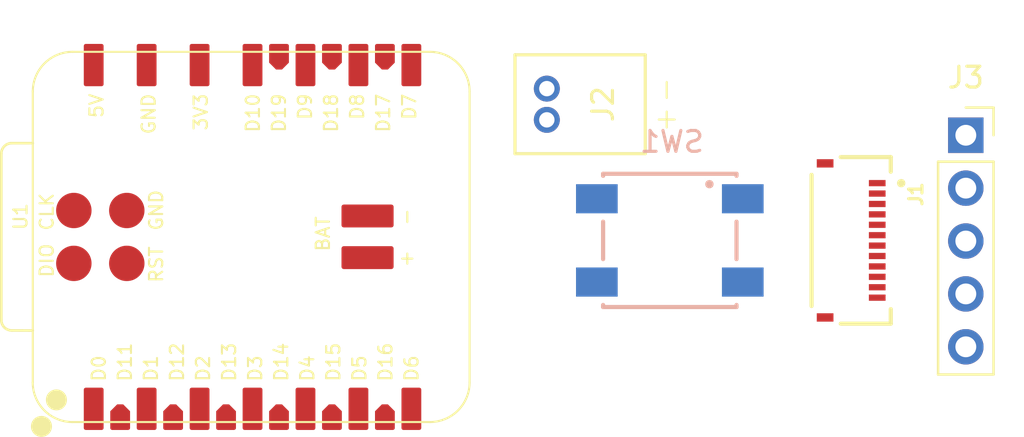
<source format=kicad_pcb>
(kicad_pcb (version 20241229) (generator "pcbnew") (generator_version "9.0")
  (layers (0 "F.Cu" signal) (2 "B.Cu" signal) (13 "F.Paste" user) (15 "B.Paste" user) (5 "F.SilkS" user "F.Silkscreen") (7 "B.SilkS" user "B.Silkscreen") (1 "F.Mask" user) (3 "B.Mask" user) (25 "Edge.Cuts" user))
  (net 0 "")
  (net 1 "+5V")
  (net 2 "/SCK")
  (net 3 "/MOSI")
  (net 4 "/CS")
  (net 5 "GND")
  (net 16 "Net-(U1-REST)")
  (net 18 "Net-(J2-Pad2)")
  (net 19 "Net-(U1-VBAT)")
  (net 20 "/C1")
  (net 21 "/R3")
  (net 22 "/C4")
  (net 23 "/C2")
  (net 24 "/R1")
  (net 25 "/C5")
  (net 26 "/C3")
  (net 27 "/R4")
  (net 28 "/R2")
  (net 29 "/C6")
  (footprint "gct:GCT_FFC2B28-12-G" (layer "F.Cu") (at 70.5 42.89 -90)
    (property "Reference" "J1" (at -2.218 -3.1064 90) (layer "F.SilkS") (effects (font (size 0.64 0.64))))
    (property "Value" "FFC2B28-12-G")
    (fp_line (start -3.15 1.9) (end 3.15 1.9) (stroke (width 0.2)) (layer "F.SilkS"))
    (fp_line (start -4 0.5) (end -4 -1.9) (stroke (width 0.2)) (layer "F.SilkS"))
    (fp_line (start -4 -1.9) (end -3.3 -1.9) (stroke (width 0.2)) (layer "F.SilkS"))
    (fp_line (start 3.3 -1.9) (end 4 -1.9) (stroke (width 0.2)) (layer "F.SilkS"))
    (fp_line (start 4 -1.9) (end 4 0.5) (stroke (width 0.2)) (layer "F.SilkS"))
    (fp_circle (center -2.75 -2.4) (end -2.65 -2.4) (stroke (width 0.2)) (fill no) (layer "F.SilkS"))
    (pad "1" smd rect (at -2.75 -1.25 270) (size 0.3 0.8) (layers "F.Cu" "F.Mask" "F.Paste") (net 5 "GND"))
    (pad "2" smd rect (at -2.25 -1.25 270) (size 0.3 0.8) (layers "F.Cu" "F.Mask" "F.Paste") (net 20 "/C1"))
    (pad "3" smd rect (at -1.75 -1.25 270) (size 0.3 0.8) (layers "F.Cu" "F.Mask" "F.Paste") (net 23 "/C2"))
    (pad "4" smd rect (at -1.25 -1.25 270) (size 0.3 0.8) (layers "F.Cu" "F.Mask" "F.Paste") (net 26 "/C3"))
    (pad "5" smd rect (at -0.75 -1.25 270) (size 0.3 0.8) (layers "F.Cu" "F.Mask" "F.Paste") (net 22 "/C4"))
    (pad "6" smd rect (at -0.25 -1.25 270) (size 0.3 0.8) (layers "F.Cu" "F.Mask" "F.Paste") (net 25 "/C5"))
    (pad "7" smd rect (at 0.25 -1.25 270) (size 0.3 0.8) (layers "F.Cu" "F.Mask" "F.Paste") (net 29 "/C6"))
    (pad "8" smd rect (at 0.75 -1.25 270) (size 0.3 0.8) (layers "F.Cu" "F.Mask" "F.Paste") (net 24 "/R1"))
    (pad "9" smd rect (at 1.25 -1.25 270) (size 0.3 0.8) (layers "F.Cu" "F.Mask" "F.Paste") (net 28 "/R2"))
    (pad "10" smd rect (at 1.75 -1.25 270) (size 0.3 0.8) (layers "F.Cu" "F.Mask" "F.Paste") (net 21 "/R3"))
    (pad "11" smd rect (at 2.25 -1.25 270) (size 0.3 0.8) (layers "F.Cu" "F.Mask" "F.Paste") (net 27 "/R4"))
    (pad "12" smd rect (at 2.75 -1.25 270) (size 0.3 0.8) (layers "F.Cu" "F.Mask" "F.Paste") (net 5 "GND"))
    (pad "S1" smd rect (at -3.7 1.25 270) (size 0.4 0.8) (layers "F.Cu" "F.Mask" "F.Paste") (net 5 "GND"))
    (pad "S2" smd rect (at 3.7 1.25 270) (size 0.4 0.8) (layers "F.Cu" "F.Mask" "F.Paste") (net 5 "GND"))
  )
  (footprint "Connector_PinSocket_2.54mm:PinSocket_1x05_P2.54mm_Vertical" (layer "F.Cu") (at 76 37.84)
    (property "Reference" "J3" (at 0 -2.77 0) (layer "F.SilkS"))
    (property "Value" "Display")
    (fp_line (start -1.33 1.27) (end -1.33 11.49) (stroke (width 0.12)) (layer "F.SilkS"))
    (fp_line (start -1.33 1.27) (end 1.33 1.27) (stroke (width 0.12)) (layer "F.SilkS"))
    (fp_line (start -1.33 11.49) (end 1.33 11.49) (stroke (width 0.12)) (layer "F.SilkS"))
    (fp_line (start 0 -1.33) (end 1.33 -1.33) (stroke (width 0.12)) (layer "F.SilkS"))
    (fp_line (start 1.33 -1.33) (end 1.33 0) (stroke (width 0.12)) (layer "F.SilkS"))
    (fp_line (start 1.33 1.27) (end 1.33 11.49) (stroke (width 0.12)) (layer "F.SilkS"))
    (pad "1" thru_hole rect (at 0 0) (size 1.7 1.7) (drill 1) (layers "*.Cu" "*.Mask") (net 4 "/CS"))
    (pad "2" thru_hole circle (at 0 2.54) (size 1.7 1.7) (drill 1) (layers "*.Cu" "*.Mask") (net 5 "GND"))
    (pad "3" thru_hole circle (at 0 5.08) (size 1.7 1.7) (drill 1) (layers "*.Cu" "*.Mask") (net 1 "+5V"))
    (pad "4" thru_hole circle (at 0 7.62) (size 1.7 1.7) (drill 1) (layers "*.Cu" "*.Mask") (net 2 "/SCK"))
    (pad "5" thru_hole circle (at 0 10.16) (size 1.7 1.7) (drill 1) (layers "*.Cu" "*.Mask") (net 3 "/MOSI"))
  )
  (footprint "jst:CONN_S2B-ZR_JST" (layer "F.Cu") (at 55.9 37.100001 90)
    (property "Reference" "J2" (at 0.75 2.6923 90) (layer "F.SilkS"))
    (property "Value" "S2B-ZRLFSN")
    (fp_line (start 3.1249 -1.527) (end -1.6249 -1.527) (stroke (width 0.1524)) (layer "F.SilkS"))
    (fp_line (start -1.6249 -1.527) (end -1.6249 4.7214) (stroke (width 0.1524)) (layer "F.SilkS"))
    (fp_line (start 3.1249 4.7214) (end 3.1249 -1.527) (stroke (width 0.1524)) (layer "F.SilkS"))
    (fp_line (start -1.6249 4.7214) (end 3.1249 4.7214) (stroke (width 0.1524)) (layer "F.SilkS"))
    (fp_text user "-" (at 0.75 6.26 90) (layer "F.SilkS") (effects (font (thickness 0.1)) (justify left bottom)))
    (fp_text user "+" (at -0.67 6.26 90) (layer "F.SilkS") (effects (font (thickness 0.1)) (justify left bottom)))
    (pad "1" thru_hole circle (at 0 0 90) (size 1.2446 1.2446) (drill 0.7366) (layers "*.Cu" "*.Mask") (net 19 "Net-(U1-VBAT)"))
    (pad "2" thru_hole circle (at 1.500001 0 90) (size 1.2446 1.2446) (drill 0.7366) (layers "*.Cu" "*.Mask") (net 18 "Net-(J2-Pad2)"))
  )
  (footprint "seeed:XIAO-nRF52840-Plus-SMD-updated" (layer "F.Cu") (at 41.357 42.7035 90)
    (property "Reference" "U1" (at 0.96 -10.706 90) (layer "F.SilkS") (effects (font (size 0.635 0.635) (thickness 0.1016))))
    (property "Value" "~" (hide yes))
    (fp_line (start -4.011272 -11.626) (end 3.984 -11.626) (stroke (width 0.127)) (layer "F.SilkS"))
    (fp_line (start 4.484 -11.126) (end 4.484 -10.116) (stroke (width 0.127)) (layer "F.SilkS"))
    (fp_line (start 6.965 -10.116) (end -7.005 -10.116) (stroke (width 0.1)) (layer "F.SilkS"))
    (fp_line (start -4.515 -10.116) (end -4.511272 -11.126272) (stroke (width 0.127)) (layer "F.SilkS"))
    (fp_line (start 8.87 8.934) (end 8.87 -8.211) (stroke (width 0.1)) (layer "F.SilkS"))
    (fp_line (start -8.91 8.934) (end -8.91 -8.211) (stroke (width 0.1)) (layer "F.SilkS"))
    (fp_line (start -7.005 10.839) (end 6.965 10.839) (stroke (width 0.1)) (layer "F.SilkS"))
    (fp_arc (start 3.984 -11.626) (mid 4.337524 -11.479524) (end 4.484 -11.126) (stroke (width 0.127)) (layer "F.SilkS"))
    (fp_arc (start -4.511272 -11.126272) (mid -4.364724 -11.479644) (end -4.011272 -11.626) (stroke (width 0.127)) (layer "F.SilkS"))
    (fp_arc (start 6.965 -10.116) (mid 8.312024 -9.558024) (end 8.87 -8.211) (stroke (width 0.1)) (layer "F.SilkS"))
    (fp_arc (start -8.91 -8.215) (mid -8.352038 -9.562038) (end -7.005 -10.12) (stroke (width 0.1)) (layer "F.SilkS"))
    (fp_arc (start 8.87 8.934) (mid 8.312038 10.281038) (end 6.965 10.839) (stroke (width 0.1)) (layer "F.SilkS"))
    (fp_arc (start -7.005 10.839) (mid -8.352038 10.281038) (end -8.91 8.934) (stroke (width 0.1)) (layer "F.SilkS"))
    (fp_circle (center -9.12 -9.7) (end -9.12 -9.954) (stroke (width 0.5)) (fill yes) (layer "F.SilkS"))
    (fp_circle (center -7.846 -8.983) (end -7.846 -9.237) (stroke (width 0.5)) (fill yes) (layer "F.SilkS"))
    (fp_text user "D8" (at 6.92 5.815 90) (layer "F.SilkS") (effects (font (size 0.635 0.635) (thickness 0.1)) (justify right bottom)))
    (fp_text user "D13" (at -7.02 -0.325 90) (layer "F.SilkS") (effects (font (size 0.635 0.635) (thickness 0.1)) (justify left bottom)))
    (fp_text user "D17" (at 6.92 7.065 90) (layer "F.SilkS") (effects (font (size 0.635 0.635) (thickness 0.1)) (justify right bottom)))
    (fp_text user "D15" (at -7.02 4.675 90) (layer "F.SilkS") (effects (font (size 0.635 0.635) (thickness 0.1)) (justify left bottom)))
    (fp_text user "BAT" (at -0.77 4.175 90) (layer "F.SilkS") (effects (font (size 0.635 0.635) (thickness 0.1)) (justify left bottom)))
    (fp_text user "D0" (at -7.02 -6.575 90) (layer "F.SilkS") (effects (font (size 0.635 0.635) (thickness 0.1)) (justify left bottom)))
    (fp_text user "D3" (at -7.02 0.925 90) (layer "F.SilkS") (effects (font (size 0.635 0.635) (thickness 0.1)) (justify left bottom)))
    (fp_text user "5V" (at 6.92 -6.685 90) (layer "F.SilkS") (effects (font (size 0.635 0.635) (thickness 0.1)) (justify right bottom)))
    (fp_text user "3V3" (at 6.92 -1.685 90) (layer "F.SilkS") (effects (font (size 0.635 0.635) (thickness 0.1)) (justify right bottom)))
    (fp_text user "GND" (at 0.23 -3.825 90) (layer "F.SilkS") (effects (font (size 0.635 0.635) (thickness 0.1)) (justify left bottom)))
    (fp_text user "D18" (at 6.92 4.565 90) (layer "F.SilkS") (effects (font (size 0.635 0.635) (thickness 0.1)) (justify right bottom)))
    (fp_text user "GND" (at 6.92 -4.185 90) (layer "F.SilkS") (effects (font (size 0.635 0.635) (thickness 0.1)) (justify right bottom)))
    (fp_text user "D12" (at -7.02 -2.825 90) (layer "F.SilkS") (effects (font (size 0.635 0.635) (thickness 0.1)) (justify left bottom)))
    (fp_text user "D2" (at -7.02 -1.575 90) (layer "F.SilkS") (effects (font (size 0.635 0.635) (thickness 0.1)) (justify left bottom)))
    (fp_text user "D6" (at -7.02 8.425 90) (layer "F.SilkS") (effects (font (size 0.635 0.635) (thickness 0.1)) (justify left bottom)))
    (fp_text user "D10" (at 6.92 0.815 90) (layer "F.SilkS") (effects (font (size 0.635 0.635) (thickness 0.1)) (justify right bottom)))
    (fp_text user "+" (at -1.52 8.175 90) (layer "F.SilkS") (effects (font (size 0.635 0.635) (thickness 0.1)) (justify left bottom)))
    (fp_text user "CLK" (at 0.23 -9.075 90) (layer "F.SilkS") (effects (font (size 0.635 0.635) (thickness 0.1)) (justify left bottom)))
    (fp_text user "D11" (at -7.02 -5.325 90) (layer "F.SilkS") (effects (font (size 0.635 0.635) (thickness 0.1)) (justify left bottom)))
    (fp_text user "D5" (at -7.02 5.925 90) (layer "F.SilkS") (effects (font (size 0.635 0.635) (thickness 0.1)) (justify left bottom)))
    (fp_text user "D16" (at -7.02 7.175 90) (layer "F.SilkS") (effects (font (size 0.635 0.635) (thickness 0.1)) (justify left bottom)))
    (fp_text user "D4" (at -7.02 3.425 90) (layer "F.SilkS") (effects (font (size 0.635 0.635) (thickness 0.1)) (justify left bottom)))
    (fp_text user "DIO" (at -2.02 -9.075 90) (layer "F.SilkS") (effects (font (size 0.635 0.635) (thickness 0.1)) (justify left bottom)))
    (fp_text user "-" (at 0.48 8.175 90) (layer "F.SilkS") (effects (font (size 0.635 0.635) (thickness 0.1)) (justify left bottom)))
    (fp_text user "D9" (at 6.92 3.315 90) (layer "F.SilkS") (effects (font (size 0.635 0.635) (thickness 0.1)) (justify right bottom)))
    (fp_text user "D19" (at 6.92 2.065 90) (layer "F.SilkS") (effects (font (size 0.635 0.635) (thickness 0.1)) (justify right bottom)))
    (fp_text user "RST" (at -2.27 -3.825 90) (layer "F.SilkS") (effects (font (size 0.635 0.635) (thickness 0.1)) (justify left bottom)))
    (fp_text user "D14" (at -7.02 2.175 90) (layer "F.SilkS") (effects (font (size 0.635 0.635) (thickness 0.1)) (justify left bottom)))
    (fp_text user "D7" (at 6.92 8.315 90) (layer "F.SilkS") (effects (font (size 0.635 0.635) (thickness 0.1)) (justify right bottom)))
    (fp_text user "D1" (at -7.02 -4.075 90) (layer "F.SilkS") (effects (font (size 0.635 0.635) (thickness 0.1)) (justify left bottom)))
    (pad "1" smd roundrect (at -8.275 -7.195 270) (size 2.032 0.95) (layers "F.Cu" "F.Mask" "F.Paste") (roundrect_rratio 0.1) (net 20 "/C1"))
    (pad "2" smd roundrect (at -8.275 -4.655 270) (size 2.032 0.95) (layers "F.Cu" "F.Mask" "F.Paste") (roundrect_rratio 0.1) (net 26 "/C3"))
    (pad "3" smd roundrect (at -8.275 -2.115 270) (size 2.032 0.95) (layers "F.Cu" "F.Mask" "F.Paste") (roundrect_rratio 0.1) (net 25 "/C5"))
    (pad "4" smd roundrect (at -8.275 0.425 270) (size 2.032 0.95) (layers "F.Cu" "F.Mask" "F.Paste") (roundrect_rratio 0.1) (net 24 "/R1"))
    (pad "5" smd roundrect (at -8.275 2.965 270) (size 2.032 0.95) (layers "F.Cu" "F.Mask" "F.Paste") (roundrect_rratio 0.1) (net 21 "/R3"))
    (pad "6" smd roundrect (at -8.275 5.505 270) (size 2.032 0.95) (layers "F.Cu" "F.Mask" "F.Paste") (roundrect_rratio 0.1))
    (pad "7" smd roundrect (at -8.275 8.045 270) (size 2.032 0.95) (layers "F.Cu" "F.Mask" "F.Paste") (roundrect_rratio 0.1))
    (pad "8" smd roundrect (at 8.235 8.045 90) (size 2.032 0.95) (layers "F.Cu" "F.Mask" "F.Paste") (roundrect_rratio 0.1))
    (pad "9" smd roundrect (at 8.235 5.505 90) (size 2.032 0.95) (layers "F.Cu" "F.Mask" "F.Paste") (roundrect_rratio 0.1) (net 2 "/SCK"))
    (pad "10" smd roundrect (at 8.235 2.965 90) (size 2.032 0.95) (layers "F.Cu" "F.Mask" "F.Paste") (roundrect_rratio 0.1))
    (pad "11" smd roundrect (at 8.235 0.425 90) (size 2.032 0.95) (layers "F.Cu" "F.Mask" "F.Paste") (roundrect_rratio 0.1) (net 3 "/MOSI"))
    (pad "12" smd roundrect (at 8.235 -2.115 90) (size 2.032 0.95) (layers "F.Cu" "F.Mask" "F.Paste") (roundrect_rratio 0.1))
    (pad "13" smd roundrect (at 8.235 -4.655 90) (size 2.032 0.95) (layers "F.Cu" "F.Mask" "F.Paste") (roundrect_rratio 0.1) (net 5 "GND"))
    (pad "14" smd roundrect (at 8.235 -7.195 90) (size 2.032 0.95) (layers "F.Cu" "F.Mask" "F.Paste") (roundrect_rratio 0.1) (net 1 "+5V"))
    (pad "15" smd roundrect (at -8.675 -5.925 270) (size 1.232 0.95) (layers "F.Cu" "F.Mask" "F.Paste") (roundrect_rratio 0.1) (chamfer_ratio 0.35) (chamfer top_left bottom_left) (net 23 "/C2"))
    (pad "16" smd roundrect (at -8.675 -3.385 270) (size 1.232 0.95) (layers "F.Cu" "F.Mask" "F.Paste") (roundrect_rratio 0.1) (chamfer_ratio 0.35) (chamfer top_left bottom_left) (net 22 "/C4"))
    (pad "17" smd roundrect (at -8.675 -0.845 270) (size 1.232 0.95) (layers "F.Cu" "F.Mask" "F.Paste") (roundrect_rratio 0.1) (chamfer_ratio 0.35) (chamfer top_left bottom_left) (net 29 "/C6"))
    (pad "18" smd roundrect (at -8.675 1.695 270) (size 1.232 0.95) (layers "F.Cu" "F.Mask" "F.Paste") (roundrect_rratio 0.1) (chamfer_ratio 0.35) (chamfer top_left bottom_left) (net 28 "/R2"))
    (pad "19" smd roundrect (at -8.675 4.235 270) (size 1.232 0.95) (layers "F.Cu" "F.Mask" "F.Paste") (roundrect_rratio 0.1) (chamfer_ratio 0.35) (chamfer top_left bottom_left) (net 27 "/R4"))
    (pad "20" smd roundrect (at -8.675 6.775 270) (size 1.232 0.95) (layers "F.Cu" "F.Mask" "F.Paste") (roundrect_rratio 0.1) (chamfer_ratio 0.35) (chamfer top_left bottom_left))
    (pad "21" smd roundrect (at 8.635 6.775 90) (size 1.232 0.95) (layers "F.Cu" "F.Mask" "F.Paste") (roundrect_rratio 0.1) (chamfer_ratio 0.35) (chamfer top_left bottom_left))
    (pad "22" smd roundrect (at 8.635 4.235 90) (size 1.232 0.95) (layers "F.Cu" "F.Mask" "F.Paste") (roundrect_rratio 0.1) (chamfer_ratio 0.35) (chamfer top_left bottom_left))
    (pad "23" smd roundrect (at 8.635 1.695 90) (size 1.232 0.95) (layers "F.Cu" "F.Mask" "F.Paste") (roundrect_rratio 0.1) (chamfer_ratio 0.35) (chamfer top_left bottom_left))
    (pad "24" smd circle (at -1.29 -8.1475 90) (size 1.7 1.7) (layers "F.Cu" "F.Mask" "F.Paste"))
    (pad "25" smd circle (at 1.25 -8.1475 90) (size 1.7 1.7) (layers "F.Cu" "F.Mask" "F.Paste"))
    (pad "26" smd circle (at -1.29 -5.6075 90) (size 1.7 1.7) (layers "F.Cu" "F.Mask" "F.Paste") (net 16 "Net-(U1-REST)"))
    (pad "27" smd circle (at 1.25 -5.6075 90) (size 1.7 1.7) (layers "F.Cu" "F.Mask" "F.Paste") (net 5 "GND"))
    (pad "32" smd roundrect (at -1.013988 5.942823) (size 2.5 1.1) (layers "F.Cu" "F.Mask" "F.Paste") (roundrect_rratio 0.1) (net 19 "Net-(U1-VBAT)"))
    (pad "33" smd roundrect (at 0.986012 5.942823) (size 2.5 1.1) (layers "F.Cu" "F.Mask" "F.Paste") (roundrect_rratio 0.1) (net 18 "Net-(J2-Pad2)"))
  )
  (footprint "switch:430471035826" (layer "B.Cu") (at 61.8 42.89 180)
    (property "Reference" "SW1" (at -0.1 4.735 0) (layer "B.SilkS") (effects (justify mirror)))
    (property "Value" "SW_Push")
    (fp_line (start 3.2 3.2) (end 3.2 3.1) (stroke (width 0.2)) (layer "B.SilkS"))
    (fp_line (start 3.2 0.9) (end 3.2 -0.9) (stroke (width 0.2)) (layer "B.SilkS"))
    (fp_line (start 3.2 -3.2) (end 3.2 -3.1) (stroke (width 0.2)) (layer "B.SilkS"))
    (fp_line (start -3.2 3.2) (end 3.2 3.2) (stroke (width 0.2)) (layer "B.SilkS"))
    (fp_line (start -3.2 3.1) (end -3.2 3.2) (stroke (width 0.2)) (layer "B.SilkS"))
    (fp_line (start -3.2 0.9) (end -3.2 -0.9) (stroke (width 0.2)) (layer "B.SilkS"))
    (fp_line (start -3.2 -3.1) (end -3.2 -3.2) (stroke (width 0.2)) (layer "B.SilkS"))
    (fp_line (start -3.2 -3.2) (end 3.2 -3.2) (stroke (width 0.2)) (layer "B.SilkS"))
    (fp_circle (center -1.9 2.7) (end -1.8 2.7) (stroke (width 0.2)) (fill no) (layer "B.SilkS"))
    (pad "1" smd rect (at -3.5 2 180) (size 2 1.4) (layers "B.Cu" "B.Mask" "B.Paste") (net 16 "Net-(U1-REST)"))
    (pad "2" smd rect (at 3.5 2 180) (size 2 1.4) (layers "B.Cu" "B.Mask" "B.Paste") (net 5 "GND"))
    (pad "3" smd rect (at -3.5 -2 180) (size 2 1.4) (layers "B.Cu" "B.Mask" "B.Paste"))
    (pad "4" smd rect (at 3.5 -2 180) (size 2 1.4) (layers "B.Cu" "B.Mask" "B.Paste"))
  )
)
</source>
